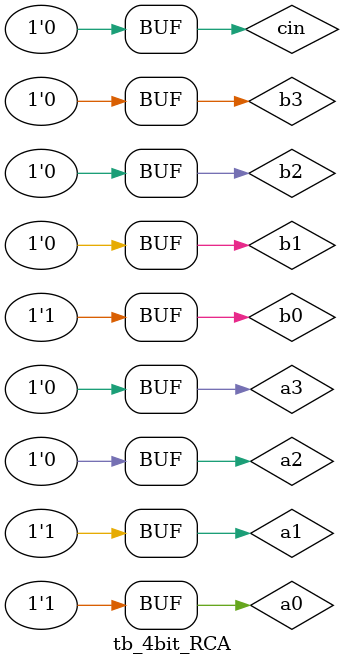
<source format=v>
`timescale 1ns/100ps

module full_adder(
	input a,b,cin,
	output s,cout);
	
	assign s = (a^b)^cin;
	assign cout = ((a&b) | ((a^b)&cin));
endmodule

module RCA_4bit(
	input a0,b0,a1,b1,a2,b2,a3,b3,cin,
	output s0,s1,s2,s3,cout);
	wire cout1;
	
	full_adder full_adder0(a0,b0,cin,s0,cout1);
	full_adder full_adder1(a1,b1,cout1,s1,cout1);
	full_adder full_adder2(a2,b2,cout1,s2,cout1);
	full_adder full_adder3(a3,b3,cout1,s3,cout);
endmodule

module tb_4bit_RCA();
	reg a0,b0,a1,b1,a2,b2,a3,b3,cin;
	wire s0,s1,s2,s3,cout;

	RCA_4bit RCA_4bit0(a0,a0,b0,a1,b1,a2,b2,a3,b3,cin,s0,s1,s2,s3,cout);
	initial begin
		a0=1;b0=1;a1=1;b1=0;a2=0;b2=0;a3=0;b3=0;cin=0;
	end
endmodule


</source>
